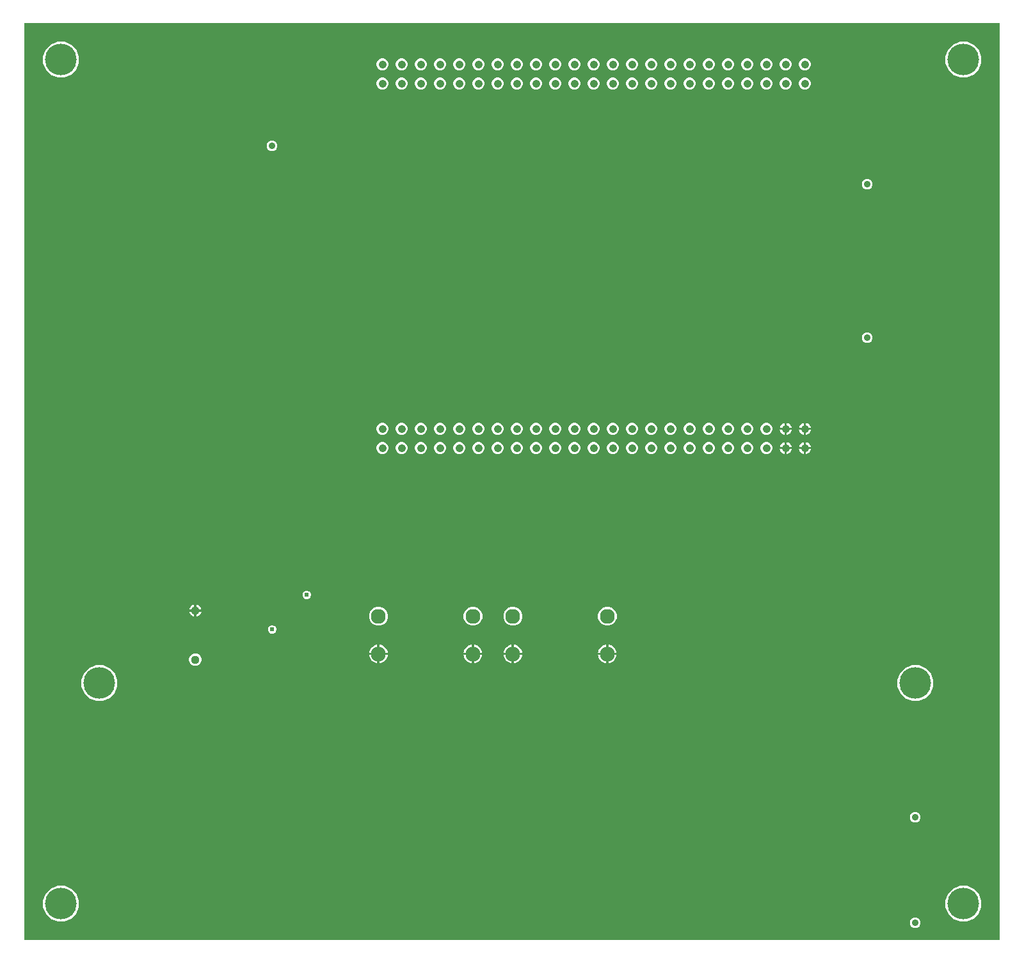
<source format=gbr>
G04 EAGLE Gerber RS-274X export*
G75*
%MOMM*%
%FSLAX34Y34*%
%LPD*%
%INCopper Layer 2*%
%IPPOS*%
%AMOC8*
5,1,8,0,0,1.08239X$1,22.5*%
G01*
%ADD10C,1.066800*%
%ADD11C,0.904800*%
%ADD12C,1.960000*%
%ADD13C,1.120000*%
%ADD14C,4.191000*%
%ADD15C,0.609600*%

G36*
X1292118Y2544D02*
X1292118Y2544D01*
X1292137Y2542D01*
X1292239Y2564D01*
X1292341Y2580D01*
X1292358Y2590D01*
X1292378Y2594D01*
X1292467Y2647D01*
X1292558Y2696D01*
X1292572Y2710D01*
X1292589Y2720D01*
X1292656Y2799D01*
X1292728Y2874D01*
X1292736Y2892D01*
X1292749Y2907D01*
X1292788Y3003D01*
X1292831Y3097D01*
X1292833Y3117D01*
X1292841Y3135D01*
X1292859Y3302D01*
X1292859Y1215898D01*
X1292856Y1215918D01*
X1292858Y1215937D01*
X1292836Y1216039D01*
X1292820Y1216141D01*
X1292810Y1216158D01*
X1292806Y1216178D01*
X1292753Y1216267D01*
X1292704Y1216358D01*
X1292690Y1216372D01*
X1292680Y1216389D01*
X1292601Y1216456D01*
X1292526Y1216528D01*
X1292508Y1216536D01*
X1292493Y1216549D01*
X1292397Y1216588D01*
X1292303Y1216631D01*
X1292283Y1216633D01*
X1292265Y1216641D01*
X1292098Y1216659D01*
X3302Y1216659D01*
X3282Y1216656D01*
X3263Y1216658D01*
X3161Y1216636D01*
X3059Y1216620D01*
X3042Y1216610D01*
X3022Y1216606D01*
X2933Y1216553D01*
X2842Y1216504D01*
X2828Y1216490D01*
X2811Y1216480D01*
X2744Y1216401D01*
X2672Y1216326D01*
X2664Y1216308D01*
X2651Y1216293D01*
X2612Y1216197D01*
X2569Y1216103D01*
X2567Y1216083D01*
X2559Y1216065D01*
X2541Y1215898D01*
X2541Y3302D01*
X2544Y3282D01*
X2542Y3263D01*
X2564Y3161D01*
X2580Y3059D01*
X2590Y3042D01*
X2594Y3022D01*
X2647Y2933D01*
X2696Y2842D01*
X2710Y2828D01*
X2720Y2811D01*
X2799Y2744D01*
X2874Y2672D01*
X2892Y2664D01*
X2907Y2651D01*
X3003Y2612D01*
X3097Y2569D01*
X3117Y2567D01*
X3135Y2559D01*
X3302Y2541D01*
X1292098Y2541D01*
X1292118Y2544D01*
G37*
%LPC*%
G36*
X1239926Y1144904D02*
X1239926Y1144904D01*
X1231291Y1148481D01*
X1224681Y1155091D01*
X1221104Y1163726D01*
X1221104Y1173074D01*
X1224681Y1181709D01*
X1231291Y1188319D01*
X1239926Y1191896D01*
X1249274Y1191896D01*
X1257909Y1188319D01*
X1264519Y1181709D01*
X1268096Y1173074D01*
X1268096Y1163726D01*
X1264519Y1155091D01*
X1257909Y1148481D01*
X1249274Y1144904D01*
X1239926Y1144904D01*
G37*
%LPD*%
%LPC*%
G36*
X46126Y1144904D02*
X46126Y1144904D01*
X37491Y1148481D01*
X30881Y1155091D01*
X27304Y1163726D01*
X27304Y1173074D01*
X30881Y1181709D01*
X37491Y1188319D01*
X46126Y1191896D01*
X55474Y1191896D01*
X64109Y1188319D01*
X70719Y1181709D01*
X74296Y1173074D01*
X74296Y1163726D01*
X70719Y1155091D01*
X64109Y1148481D01*
X55474Y1144904D01*
X46126Y1144904D01*
G37*
%LPD*%
%LPC*%
G36*
X46126Y27304D02*
X46126Y27304D01*
X37491Y30881D01*
X30881Y37491D01*
X27304Y46126D01*
X27304Y55474D01*
X30881Y64109D01*
X37491Y70719D01*
X46126Y74296D01*
X55474Y74296D01*
X64109Y70719D01*
X70719Y64109D01*
X74296Y55474D01*
X74296Y46126D01*
X70719Y37491D01*
X64109Y30881D01*
X55474Y27304D01*
X46126Y27304D01*
G37*
%LPD*%
%LPC*%
G36*
X1239926Y27304D02*
X1239926Y27304D01*
X1231291Y30881D01*
X1224681Y37491D01*
X1221104Y46126D01*
X1221104Y55474D01*
X1224681Y64109D01*
X1231291Y70719D01*
X1239926Y74296D01*
X1249274Y74296D01*
X1257909Y70719D01*
X1264519Y64109D01*
X1268096Y55474D01*
X1268096Y46126D01*
X1264519Y37491D01*
X1257909Y30881D01*
X1249274Y27304D01*
X1239926Y27304D01*
G37*
%LPD*%
%LPC*%
G36*
X96926Y319404D02*
X96926Y319404D01*
X88291Y322981D01*
X81681Y329591D01*
X78104Y338226D01*
X78104Y347574D01*
X81681Y356209D01*
X88291Y362819D01*
X96926Y366396D01*
X106274Y366396D01*
X114909Y362819D01*
X121519Y356209D01*
X125096Y347574D01*
X125096Y338226D01*
X121519Y329591D01*
X114909Y322981D01*
X106274Y319404D01*
X96926Y319404D01*
G37*
%LPD*%
%LPC*%
G36*
X1176426Y319404D02*
X1176426Y319404D01*
X1167791Y322981D01*
X1161181Y329591D01*
X1157604Y338226D01*
X1157604Y347574D01*
X1161181Y356209D01*
X1167791Y362819D01*
X1176426Y366396D01*
X1185774Y366396D01*
X1194409Y362819D01*
X1201019Y356209D01*
X1204596Y347574D01*
X1204596Y338226D01*
X1201019Y329591D01*
X1194409Y322981D01*
X1185774Y319404D01*
X1176426Y319404D01*
G37*
%LPD*%
%LPC*%
G36*
X468445Y419059D02*
X468445Y419059D01*
X463910Y420938D01*
X460438Y424410D01*
X458559Y428945D01*
X458559Y433855D01*
X460438Y438390D01*
X463910Y441862D01*
X468445Y443741D01*
X473355Y443741D01*
X477890Y441862D01*
X481362Y438390D01*
X483241Y433855D01*
X483241Y428945D01*
X481362Y424410D01*
X477890Y420938D01*
X473355Y419059D01*
X468445Y419059D01*
G37*
%LPD*%
%LPC*%
G36*
X593445Y419059D02*
X593445Y419059D01*
X588910Y420938D01*
X585438Y424410D01*
X583559Y428945D01*
X583559Y433855D01*
X585438Y438390D01*
X588910Y441862D01*
X593445Y443741D01*
X598355Y443741D01*
X602890Y441862D01*
X606362Y438390D01*
X608241Y433855D01*
X608241Y428945D01*
X606362Y424410D01*
X602890Y420938D01*
X598355Y419059D01*
X593445Y419059D01*
G37*
%LPD*%
%LPC*%
G36*
X646245Y419059D02*
X646245Y419059D01*
X641710Y420938D01*
X638238Y424410D01*
X636359Y428945D01*
X636359Y433855D01*
X638238Y438390D01*
X641710Y441862D01*
X646245Y443741D01*
X651155Y443741D01*
X655690Y441862D01*
X659162Y438390D01*
X661041Y433855D01*
X661041Y428945D01*
X659162Y424410D01*
X655690Y420938D01*
X651155Y419059D01*
X646245Y419059D01*
G37*
%LPD*%
%LPC*%
G36*
X771245Y419059D02*
X771245Y419059D01*
X766710Y420938D01*
X763238Y424410D01*
X761359Y428945D01*
X761359Y433855D01*
X763238Y438390D01*
X766710Y441862D01*
X771245Y443741D01*
X776155Y443741D01*
X780690Y441862D01*
X784162Y438390D01*
X786041Y433855D01*
X786041Y428945D01*
X784162Y424410D01*
X780690Y420938D01*
X776155Y419059D01*
X771245Y419059D01*
G37*
%LPD*%
%LPC*%
G36*
X226981Y365759D02*
X226981Y365759D01*
X223989Y366999D01*
X221699Y369289D01*
X220459Y372281D01*
X220459Y375519D01*
X221699Y378511D01*
X223989Y380801D01*
X226981Y382041D01*
X230219Y382041D01*
X233211Y380801D01*
X235501Y378511D01*
X236741Y375519D01*
X236741Y372281D01*
X235501Y369289D01*
X233211Y366999D01*
X230219Y365759D01*
X226981Y365759D01*
G37*
%LPD*%
%LPC*%
G36*
X500084Y1154175D02*
X500084Y1154175D01*
X497189Y1155374D01*
X494974Y1157589D01*
X493775Y1160484D01*
X493775Y1163616D01*
X494974Y1166511D01*
X497189Y1168726D01*
X500084Y1169925D01*
X503216Y1169925D01*
X506111Y1168726D01*
X508326Y1166511D01*
X509525Y1163616D01*
X509525Y1160484D01*
X508326Y1157589D01*
X506111Y1155374D01*
X503216Y1154175D01*
X500084Y1154175D01*
G37*
%LPD*%
%LPC*%
G36*
X1033484Y1154175D02*
X1033484Y1154175D01*
X1030589Y1155374D01*
X1028374Y1157589D01*
X1027175Y1160484D01*
X1027175Y1163616D01*
X1028374Y1166511D01*
X1030589Y1168726D01*
X1033484Y1169925D01*
X1036616Y1169925D01*
X1039511Y1168726D01*
X1041726Y1166511D01*
X1042925Y1163616D01*
X1042925Y1160484D01*
X1041726Y1157589D01*
X1039511Y1155374D01*
X1036616Y1154175D01*
X1033484Y1154175D01*
G37*
%LPD*%
%LPC*%
G36*
X1008084Y1154175D02*
X1008084Y1154175D01*
X1005189Y1155374D01*
X1002974Y1157589D01*
X1001775Y1160484D01*
X1001775Y1163616D01*
X1002974Y1166511D01*
X1005189Y1168726D01*
X1008084Y1169925D01*
X1011216Y1169925D01*
X1014111Y1168726D01*
X1016326Y1166511D01*
X1017525Y1163616D01*
X1017525Y1160484D01*
X1016326Y1157589D01*
X1014111Y1155374D01*
X1011216Y1154175D01*
X1008084Y1154175D01*
G37*
%LPD*%
%LPC*%
G36*
X982684Y1154175D02*
X982684Y1154175D01*
X979789Y1155374D01*
X977574Y1157589D01*
X976375Y1160484D01*
X976375Y1163616D01*
X977574Y1166511D01*
X979789Y1168726D01*
X982684Y1169925D01*
X985816Y1169925D01*
X988711Y1168726D01*
X990926Y1166511D01*
X992125Y1163616D01*
X992125Y1160484D01*
X990926Y1157589D01*
X988711Y1155374D01*
X985816Y1154175D01*
X982684Y1154175D01*
G37*
%LPD*%
%LPC*%
G36*
X957284Y1154175D02*
X957284Y1154175D01*
X954389Y1155374D01*
X952174Y1157589D01*
X950975Y1160484D01*
X950975Y1163616D01*
X952174Y1166511D01*
X954389Y1168726D01*
X957284Y1169925D01*
X960416Y1169925D01*
X963311Y1168726D01*
X965526Y1166511D01*
X966725Y1163616D01*
X966725Y1160484D01*
X965526Y1157589D01*
X963311Y1155374D01*
X960416Y1154175D01*
X957284Y1154175D01*
G37*
%LPD*%
%LPC*%
G36*
X931884Y1154175D02*
X931884Y1154175D01*
X928989Y1155374D01*
X926774Y1157589D01*
X925575Y1160484D01*
X925575Y1163616D01*
X926774Y1166511D01*
X928989Y1168726D01*
X931884Y1169925D01*
X935016Y1169925D01*
X937911Y1168726D01*
X940126Y1166511D01*
X941325Y1163616D01*
X941325Y1160484D01*
X940126Y1157589D01*
X937911Y1155374D01*
X935016Y1154175D01*
X931884Y1154175D01*
G37*
%LPD*%
%LPC*%
G36*
X906484Y1154175D02*
X906484Y1154175D01*
X903589Y1155374D01*
X901374Y1157589D01*
X900175Y1160484D01*
X900175Y1163616D01*
X901374Y1166511D01*
X903589Y1168726D01*
X906484Y1169925D01*
X909616Y1169925D01*
X912511Y1168726D01*
X914726Y1166511D01*
X915925Y1163616D01*
X915925Y1160484D01*
X914726Y1157589D01*
X912511Y1155374D01*
X909616Y1154175D01*
X906484Y1154175D01*
G37*
%LPD*%
%LPC*%
G36*
X881084Y1154175D02*
X881084Y1154175D01*
X878189Y1155374D01*
X875974Y1157589D01*
X874775Y1160484D01*
X874775Y1163616D01*
X875974Y1166511D01*
X878189Y1168726D01*
X881084Y1169925D01*
X884216Y1169925D01*
X887111Y1168726D01*
X889326Y1166511D01*
X890525Y1163616D01*
X890525Y1160484D01*
X889326Y1157589D01*
X887111Y1155374D01*
X884216Y1154175D01*
X881084Y1154175D01*
G37*
%LPD*%
%LPC*%
G36*
X855684Y1154175D02*
X855684Y1154175D01*
X852789Y1155374D01*
X850574Y1157589D01*
X849375Y1160484D01*
X849375Y1163616D01*
X850574Y1166511D01*
X852789Y1168726D01*
X855684Y1169925D01*
X858816Y1169925D01*
X861711Y1168726D01*
X863926Y1166511D01*
X865125Y1163616D01*
X865125Y1160484D01*
X863926Y1157589D01*
X861711Y1155374D01*
X858816Y1154175D01*
X855684Y1154175D01*
G37*
%LPD*%
%LPC*%
G36*
X830284Y1154175D02*
X830284Y1154175D01*
X827389Y1155374D01*
X825174Y1157589D01*
X823975Y1160484D01*
X823975Y1163616D01*
X825174Y1166511D01*
X827389Y1168726D01*
X830284Y1169925D01*
X833416Y1169925D01*
X836311Y1168726D01*
X838526Y1166511D01*
X839725Y1163616D01*
X839725Y1160484D01*
X838526Y1157589D01*
X836311Y1155374D01*
X833416Y1154175D01*
X830284Y1154175D01*
G37*
%LPD*%
%LPC*%
G36*
X804884Y1154175D02*
X804884Y1154175D01*
X801989Y1155374D01*
X799774Y1157589D01*
X798575Y1160484D01*
X798575Y1163616D01*
X799774Y1166511D01*
X801989Y1168726D01*
X804884Y1169925D01*
X808016Y1169925D01*
X810911Y1168726D01*
X813126Y1166511D01*
X814325Y1163616D01*
X814325Y1160484D01*
X813126Y1157589D01*
X810911Y1155374D01*
X808016Y1154175D01*
X804884Y1154175D01*
G37*
%LPD*%
%LPC*%
G36*
X779484Y1154175D02*
X779484Y1154175D01*
X776589Y1155374D01*
X774374Y1157589D01*
X773175Y1160484D01*
X773175Y1163616D01*
X774374Y1166511D01*
X776589Y1168726D01*
X779484Y1169925D01*
X782616Y1169925D01*
X785511Y1168726D01*
X787726Y1166511D01*
X788925Y1163616D01*
X788925Y1160484D01*
X787726Y1157589D01*
X785511Y1155374D01*
X782616Y1154175D01*
X779484Y1154175D01*
G37*
%LPD*%
%LPC*%
G36*
X754084Y1154175D02*
X754084Y1154175D01*
X751189Y1155374D01*
X748974Y1157589D01*
X747775Y1160484D01*
X747775Y1163616D01*
X748974Y1166511D01*
X751189Y1168726D01*
X754084Y1169925D01*
X757216Y1169925D01*
X760111Y1168726D01*
X762326Y1166511D01*
X763525Y1163616D01*
X763525Y1160484D01*
X762326Y1157589D01*
X760111Y1155374D01*
X757216Y1154175D01*
X754084Y1154175D01*
G37*
%LPD*%
%LPC*%
G36*
X728684Y1154175D02*
X728684Y1154175D01*
X725789Y1155374D01*
X723574Y1157589D01*
X722375Y1160484D01*
X722375Y1163616D01*
X723574Y1166511D01*
X725789Y1168726D01*
X728684Y1169925D01*
X731816Y1169925D01*
X734711Y1168726D01*
X736926Y1166511D01*
X738125Y1163616D01*
X738125Y1160484D01*
X736926Y1157589D01*
X734711Y1155374D01*
X731816Y1154175D01*
X728684Y1154175D01*
G37*
%LPD*%
%LPC*%
G36*
X703284Y1154175D02*
X703284Y1154175D01*
X700389Y1155374D01*
X698174Y1157589D01*
X696975Y1160484D01*
X696975Y1163616D01*
X698174Y1166511D01*
X700389Y1168726D01*
X703284Y1169925D01*
X706416Y1169925D01*
X709311Y1168726D01*
X711526Y1166511D01*
X712725Y1163616D01*
X712725Y1160484D01*
X711526Y1157589D01*
X709311Y1155374D01*
X706416Y1154175D01*
X703284Y1154175D01*
G37*
%LPD*%
%LPC*%
G36*
X677884Y1154175D02*
X677884Y1154175D01*
X674989Y1155374D01*
X672774Y1157589D01*
X671575Y1160484D01*
X671575Y1163616D01*
X672774Y1166511D01*
X674989Y1168726D01*
X677884Y1169925D01*
X681016Y1169925D01*
X683911Y1168726D01*
X686126Y1166511D01*
X687325Y1163616D01*
X687325Y1160484D01*
X686126Y1157589D01*
X683911Y1155374D01*
X681016Y1154175D01*
X677884Y1154175D01*
G37*
%LPD*%
%LPC*%
G36*
X652484Y1154175D02*
X652484Y1154175D01*
X649589Y1155374D01*
X647374Y1157589D01*
X646175Y1160484D01*
X646175Y1163616D01*
X647374Y1166511D01*
X649589Y1168726D01*
X652484Y1169925D01*
X655616Y1169925D01*
X658511Y1168726D01*
X660726Y1166511D01*
X661925Y1163616D01*
X661925Y1160484D01*
X660726Y1157589D01*
X658511Y1155374D01*
X655616Y1154175D01*
X652484Y1154175D01*
G37*
%LPD*%
%LPC*%
G36*
X627084Y1154175D02*
X627084Y1154175D01*
X624189Y1155374D01*
X621974Y1157589D01*
X620775Y1160484D01*
X620775Y1163616D01*
X621974Y1166511D01*
X624189Y1168726D01*
X627084Y1169925D01*
X630216Y1169925D01*
X633111Y1168726D01*
X635326Y1166511D01*
X636525Y1163616D01*
X636525Y1160484D01*
X635326Y1157589D01*
X633111Y1155374D01*
X630216Y1154175D01*
X627084Y1154175D01*
G37*
%LPD*%
%LPC*%
G36*
X601684Y1154175D02*
X601684Y1154175D01*
X598789Y1155374D01*
X596574Y1157589D01*
X595375Y1160484D01*
X595375Y1163616D01*
X596574Y1166511D01*
X598789Y1168726D01*
X601684Y1169925D01*
X604816Y1169925D01*
X607711Y1168726D01*
X609926Y1166511D01*
X611125Y1163616D01*
X611125Y1160484D01*
X609926Y1157589D01*
X607711Y1155374D01*
X604816Y1154175D01*
X601684Y1154175D01*
G37*
%LPD*%
%LPC*%
G36*
X576284Y1154175D02*
X576284Y1154175D01*
X573389Y1155374D01*
X571174Y1157589D01*
X569975Y1160484D01*
X569975Y1163616D01*
X571174Y1166511D01*
X573389Y1168726D01*
X576284Y1169925D01*
X579416Y1169925D01*
X582311Y1168726D01*
X584526Y1166511D01*
X585725Y1163616D01*
X585725Y1160484D01*
X584526Y1157589D01*
X582311Y1155374D01*
X579416Y1154175D01*
X576284Y1154175D01*
G37*
%LPD*%
%LPC*%
G36*
X550884Y1154175D02*
X550884Y1154175D01*
X547989Y1155374D01*
X545774Y1157589D01*
X544575Y1160484D01*
X544575Y1163616D01*
X545774Y1166511D01*
X547989Y1168726D01*
X550884Y1169925D01*
X554016Y1169925D01*
X556911Y1168726D01*
X559126Y1166511D01*
X560325Y1163616D01*
X560325Y1160484D01*
X559126Y1157589D01*
X556911Y1155374D01*
X554016Y1154175D01*
X550884Y1154175D01*
G37*
%LPD*%
%LPC*%
G36*
X474684Y1154175D02*
X474684Y1154175D01*
X471789Y1155374D01*
X469574Y1157589D01*
X468375Y1160484D01*
X468375Y1163616D01*
X469574Y1166511D01*
X471789Y1168726D01*
X474684Y1169925D01*
X477816Y1169925D01*
X480711Y1168726D01*
X482926Y1166511D01*
X484125Y1163616D01*
X484125Y1160484D01*
X482926Y1157589D01*
X480711Y1155374D01*
X477816Y1154175D01*
X474684Y1154175D01*
G37*
%LPD*%
%LPC*%
G36*
X830284Y1128775D02*
X830284Y1128775D01*
X827389Y1129974D01*
X825174Y1132189D01*
X823975Y1135084D01*
X823975Y1138216D01*
X825174Y1141111D01*
X827389Y1143326D01*
X830284Y1144525D01*
X833416Y1144525D01*
X836311Y1143326D01*
X838526Y1141111D01*
X839725Y1138216D01*
X839725Y1135084D01*
X838526Y1132189D01*
X836311Y1129974D01*
X833416Y1128775D01*
X830284Y1128775D01*
G37*
%LPD*%
%LPC*%
G36*
X804884Y1128775D02*
X804884Y1128775D01*
X801989Y1129974D01*
X799774Y1132189D01*
X798575Y1135084D01*
X798575Y1138216D01*
X799774Y1141111D01*
X801989Y1143326D01*
X804884Y1144525D01*
X808016Y1144525D01*
X810911Y1143326D01*
X813126Y1141111D01*
X814325Y1138216D01*
X814325Y1135084D01*
X813126Y1132189D01*
X810911Y1129974D01*
X808016Y1128775D01*
X804884Y1128775D01*
G37*
%LPD*%
%LPC*%
G36*
X1033484Y1128775D02*
X1033484Y1128775D01*
X1030589Y1129974D01*
X1028374Y1132189D01*
X1027175Y1135084D01*
X1027175Y1138216D01*
X1028374Y1141111D01*
X1030589Y1143326D01*
X1033484Y1144525D01*
X1036616Y1144525D01*
X1039511Y1143326D01*
X1041726Y1141111D01*
X1042925Y1138216D01*
X1042925Y1135084D01*
X1041726Y1132189D01*
X1039511Y1129974D01*
X1036616Y1128775D01*
X1033484Y1128775D01*
G37*
%LPD*%
%LPC*%
G36*
X1008084Y1128775D02*
X1008084Y1128775D01*
X1005189Y1129974D01*
X1002974Y1132189D01*
X1001775Y1135084D01*
X1001775Y1138216D01*
X1002974Y1141111D01*
X1005189Y1143326D01*
X1008084Y1144525D01*
X1011216Y1144525D01*
X1014111Y1143326D01*
X1016326Y1141111D01*
X1017525Y1138216D01*
X1017525Y1135084D01*
X1016326Y1132189D01*
X1014111Y1129974D01*
X1011216Y1128775D01*
X1008084Y1128775D01*
G37*
%LPD*%
%LPC*%
G36*
X982684Y1128775D02*
X982684Y1128775D01*
X979789Y1129974D01*
X977574Y1132189D01*
X976375Y1135084D01*
X976375Y1138216D01*
X977574Y1141111D01*
X979789Y1143326D01*
X982684Y1144525D01*
X985816Y1144525D01*
X988711Y1143326D01*
X990926Y1141111D01*
X992125Y1138216D01*
X992125Y1135084D01*
X990926Y1132189D01*
X988711Y1129974D01*
X985816Y1128775D01*
X982684Y1128775D01*
G37*
%LPD*%
%LPC*%
G36*
X957284Y1128775D02*
X957284Y1128775D01*
X954389Y1129974D01*
X952174Y1132189D01*
X950975Y1135084D01*
X950975Y1138216D01*
X952174Y1141111D01*
X954389Y1143326D01*
X957284Y1144525D01*
X960416Y1144525D01*
X963311Y1143326D01*
X965526Y1141111D01*
X966725Y1138216D01*
X966725Y1135084D01*
X965526Y1132189D01*
X963311Y1129974D01*
X960416Y1128775D01*
X957284Y1128775D01*
G37*
%LPD*%
%LPC*%
G36*
X931884Y1128775D02*
X931884Y1128775D01*
X928989Y1129974D01*
X926774Y1132189D01*
X925575Y1135084D01*
X925575Y1138216D01*
X926774Y1141111D01*
X928989Y1143326D01*
X931884Y1144525D01*
X935016Y1144525D01*
X937911Y1143326D01*
X940126Y1141111D01*
X941325Y1138216D01*
X941325Y1135084D01*
X940126Y1132189D01*
X937911Y1129974D01*
X935016Y1128775D01*
X931884Y1128775D01*
G37*
%LPD*%
%LPC*%
G36*
X906484Y1128775D02*
X906484Y1128775D01*
X903589Y1129974D01*
X901374Y1132189D01*
X900175Y1135084D01*
X900175Y1138216D01*
X901374Y1141111D01*
X903589Y1143326D01*
X906484Y1144525D01*
X909616Y1144525D01*
X912511Y1143326D01*
X914726Y1141111D01*
X915925Y1138216D01*
X915925Y1135084D01*
X914726Y1132189D01*
X912511Y1129974D01*
X909616Y1128775D01*
X906484Y1128775D01*
G37*
%LPD*%
%LPC*%
G36*
X881084Y1128775D02*
X881084Y1128775D01*
X878189Y1129974D01*
X875974Y1132189D01*
X874775Y1135084D01*
X874775Y1138216D01*
X875974Y1141111D01*
X878189Y1143326D01*
X881084Y1144525D01*
X884216Y1144525D01*
X887111Y1143326D01*
X889326Y1141111D01*
X890525Y1138216D01*
X890525Y1135084D01*
X889326Y1132189D01*
X887111Y1129974D01*
X884216Y1128775D01*
X881084Y1128775D01*
G37*
%LPD*%
%LPC*%
G36*
X855684Y1128775D02*
X855684Y1128775D01*
X852789Y1129974D01*
X850574Y1132189D01*
X849375Y1135084D01*
X849375Y1138216D01*
X850574Y1141111D01*
X852789Y1143326D01*
X855684Y1144525D01*
X858816Y1144525D01*
X861711Y1143326D01*
X863926Y1141111D01*
X865125Y1138216D01*
X865125Y1135084D01*
X863926Y1132189D01*
X861711Y1129974D01*
X858816Y1128775D01*
X855684Y1128775D01*
G37*
%LPD*%
%LPC*%
G36*
X779484Y1128775D02*
X779484Y1128775D01*
X776589Y1129974D01*
X774374Y1132189D01*
X773175Y1135084D01*
X773175Y1138216D01*
X774374Y1141111D01*
X776589Y1143326D01*
X779484Y1144525D01*
X782616Y1144525D01*
X785511Y1143326D01*
X787726Y1141111D01*
X788925Y1138216D01*
X788925Y1135084D01*
X787726Y1132189D01*
X785511Y1129974D01*
X782616Y1128775D01*
X779484Y1128775D01*
G37*
%LPD*%
%LPC*%
G36*
X754084Y1128775D02*
X754084Y1128775D01*
X751189Y1129974D01*
X748974Y1132189D01*
X747775Y1135084D01*
X747775Y1138216D01*
X748974Y1141111D01*
X751189Y1143326D01*
X754084Y1144525D01*
X757216Y1144525D01*
X760111Y1143326D01*
X762326Y1141111D01*
X763525Y1138216D01*
X763525Y1135084D01*
X762326Y1132189D01*
X760111Y1129974D01*
X757216Y1128775D01*
X754084Y1128775D01*
G37*
%LPD*%
%LPC*%
G36*
X728684Y1128775D02*
X728684Y1128775D01*
X725789Y1129974D01*
X723574Y1132189D01*
X722375Y1135084D01*
X722375Y1138216D01*
X723574Y1141111D01*
X725789Y1143326D01*
X728684Y1144525D01*
X731816Y1144525D01*
X734711Y1143326D01*
X736926Y1141111D01*
X738125Y1138216D01*
X738125Y1135084D01*
X736926Y1132189D01*
X734711Y1129974D01*
X731816Y1128775D01*
X728684Y1128775D01*
G37*
%LPD*%
%LPC*%
G36*
X703284Y1128775D02*
X703284Y1128775D01*
X700389Y1129974D01*
X698174Y1132189D01*
X696975Y1135084D01*
X696975Y1138216D01*
X698174Y1141111D01*
X700389Y1143326D01*
X703284Y1144525D01*
X706416Y1144525D01*
X709311Y1143326D01*
X711526Y1141111D01*
X712725Y1138216D01*
X712725Y1135084D01*
X711526Y1132189D01*
X709311Y1129974D01*
X706416Y1128775D01*
X703284Y1128775D01*
G37*
%LPD*%
%LPC*%
G36*
X677884Y1128775D02*
X677884Y1128775D01*
X674989Y1129974D01*
X672774Y1132189D01*
X671575Y1135084D01*
X671575Y1138216D01*
X672774Y1141111D01*
X674989Y1143326D01*
X677884Y1144525D01*
X681016Y1144525D01*
X683911Y1143326D01*
X686126Y1141111D01*
X687325Y1138216D01*
X687325Y1135084D01*
X686126Y1132189D01*
X683911Y1129974D01*
X681016Y1128775D01*
X677884Y1128775D01*
G37*
%LPD*%
%LPC*%
G36*
X652484Y1128775D02*
X652484Y1128775D01*
X649589Y1129974D01*
X647374Y1132189D01*
X646175Y1135084D01*
X646175Y1138216D01*
X647374Y1141111D01*
X649589Y1143326D01*
X652484Y1144525D01*
X655616Y1144525D01*
X658511Y1143326D01*
X660726Y1141111D01*
X661925Y1138216D01*
X661925Y1135084D01*
X660726Y1132189D01*
X658511Y1129974D01*
X655616Y1128775D01*
X652484Y1128775D01*
G37*
%LPD*%
%LPC*%
G36*
X627084Y1128775D02*
X627084Y1128775D01*
X624189Y1129974D01*
X621974Y1132189D01*
X620775Y1135084D01*
X620775Y1138216D01*
X621974Y1141111D01*
X624189Y1143326D01*
X627084Y1144525D01*
X630216Y1144525D01*
X633111Y1143326D01*
X635326Y1141111D01*
X636525Y1138216D01*
X636525Y1135084D01*
X635326Y1132189D01*
X633111Y1129974D01*
X630216Y1128775D01*
X627084Y1128775D01*
G37*
%LPD*%
%LPC*%
G36*
X601684Y1128775D02*
X601684Y1128775D01*
X598789Y1129974D01*
X596574Y1132189D01*
X595375Y1135084D01*
X595375Y1138216D01*
X596574Y1141111D01*
X598789Y1143326D01*
X601684Y1144525D01*
X604816Y1144525D01*
X607711Y1143326D01*
X609926Y1141111D01*
X611125Y1138216D01*
X611125Y1135084D01*
X609926Y1132189D01*
X607711Y1129974D01*
X604816Y1128775D01*
X601684Y1128775D01*
G37*
%LPD*%
%LPC*%
G36*
X576284Y1128775D02*
X576284Y1128775D01*
X573389Y1129974D01*
X571174Y1132189D01*
X569975Y1135084D01*
X569975Y1138216D01*
X571174Y1141111D01*
X573389Y1143326D01*
X576284Y1144525D01*
X579416Y1144525D01*
X582311Y1143326D01*
X584526Y1141111D01*
X585725Y1138216D01*
X585725Y1135084D01*
X584526Y1132189D01*
X582311Y1129974D01*
X579416Y1128775D01*
X576284Y1128775D01*
G37*
%LPD*%
%LPC*%
G36*
X550884Y1128775D02*
X550884Y1128775D01*
X547989Y1129974D01*
X545774Y1132189D01*
X544575Y1135084D01*
X544575Y1138216D01*
X545774Y1141111D01*
X547989Y1143326D01*
X550884Y1144525D01*
X554016Y1144525D01*
X556911Y1143326D01*
X559126Y1141111D01*
X560325Y1138216D01*
X560325Y1135084D01*
X559126Y1132189D01*
X556911Y1129974D01*
X554016Y1128775D01*
X550884Y1128775D01*
G37*
%LPD*%
%LPC*%
G36*
X525484Y1128775D02*
X525484Y1128775D01*
X522589Y1129974D01*
X520374Y1132189D01*
X519175Y1135084D01*
X519175Y1138216D01*
X520374Y1141111D01*
X522589Y1143326D01*
X525484Y1144525D01*
X528616Y1144525D01*
X531511Y1143326D01*
X533726Y1141111D01*
X534925Y1138216D01*
X534925Y1135084D01*
X533726Y1132189D01*
X531511Y1129974D01*
X528616Y1128775D01*
X525484Y1128775D01*
G37*
%LPD*%
%LPC*%
G36*
X500084Y1128775D02*
X500084Y1128775D01*
X497189Y1129974D01*
X494974Y1132189D01*
X493775Y1135084D01*
X493775Y1138216D01*
X494974Y1141111D01*
X497189Y1143326D01*
X500084Y1144525D01*
X503216Y1144525D01*
X506111Y1143326D01*
X508326Y1141111D01*
X509525Y1138216D01*
X509525Y1135084D01*
X508326Y1132189D01*
X506111Y1129974D01*
X503216Y1128775D01*
X500084Y1128775D01*
G37*
%LPD*%
%LPC*%
G36*
X474684Y1128775D02*
X474684Y1128775D01*
X471789Y1129974D01*
X469574Y1132189D01*
X468375Y1135084D01*
X468375Y1138216D01*
X469574Y1141111D01*
X471789Y1143326D01*
X474684Y1144525D01*
X477816Y1144525D01*
X480711Y1143326D01*
X482926Y1141111D01*
X484125Y1138216D01*
X484125Y1135084D01*
X482926Y1132189D01*
X480711Y1129974D01*
X477816Y1128775D01*
X474684Y1128775D01*
G37*
%LPD*%
%LPC*%
G36*
X500084Y671575D02*
X500084Y671575D01*
X497189Y672774D01*
X494974Y674989D01*
X493775Y677884D01*
X493775Y681016D01*
X494974Y683911D01*
X497189Y686126D01*
X500084Y687325D01*
X503216Y687325D01*
X506111Y686126D01*
X508326Y683911D01*
X509525Y681016D01*
X509525Y677884D01*
X508326Y674989D01*
X506111Y672774D01*
X503216Y671575D01*
X500084Y671575D01*
G37*
%LPD*%
%LPC*%
G36*
X474684Y671575D02*
X474684Y671575D01*
X471789Y672774D01*
X469574Y674989D01*
X468375Y677884D01*
X468375Y681016D01*
X469574Y683911D01*
X471789Y686126D01*
X474684Y687325D01*
X477816Y687325D01*
X480711Y686126D01*
X482926Y683911D01*
X484125Y681016D01*
X484125Y677884D01*
X482926Y674989D01*
X480711Y672774D01*
X477816Y671575D01*
X474684Y671575D01*
G37*
%LPD*%
%LPC*%
G36*
X982684Y671575D02*
X982684Y671575D01*
X979789Y672774D01*
X977574Y674989D01*
X976375Y677884D01*
X976375Y681016D01*
X977574Y683911D01*
X979789Y686126D01*
X982684Y687325D01*
X985816Y687325D01*
X988711Y686126D01*
X990926Y683911D01*
X992125Y681016D01*
X992125Y677884D01*
X990926Y674989D01*
X988711Y672774D01*
X985816Y671575D01*
X982684Y671575D01*
G37*
%LPD*%
%LPC*%
G36*
X957284Y671575D02*
X957284Y671575D01*
X954389Y672774D01*
X952174Y674989D01*
X950975Y677884D01*
X950975Y681016D01*
X952174Y683911D01*
X954389Y686126D01*
X957284Y687325D01*
X960416Y687325D01*
X963311Y686126D01*
X965526Y683911D01*
X966725Y681016D01*
X966725Y677884D01*
X965526Y674989D01*
X963311Y672774D01*
X960416Y671575D01*
X957284Y671575D01*
G37*
%LPD*%
%LPC*%
G36*
X931884Y671575D02*
X931884Y671575D01*
X928989Y672774D01*
X926774Y674989D01*
X925575Y677884D01*
X925575Y681016D01*
X926774Y683911D01*
X928989Y686126D01*
X931884Y687325D01*
X935016Y687325D01*
X937911Y686126D01*
X940126Y683911D01*
X941325Y681016D01*
X941325Y677884D01*
X940126Y674989D01*
X937911Y672774D01*
X935016Y671575D01*
X931884Y671575D01*
G37*
%LPD*%
%LPC*%
G36*
X906484Y671575D02*
X906484Y671575D01*
X903589Y672774D01*
X901374Y674989D01*
X900175Y677884D01*
X900175Y681016D01*
X901374Y683911D01*
X903589Y686126D01*
X906484Y687325D01*
X909616Y687325D01*
X912511Y686126D01*
X914726Y683911D01*
X915925Y681016D01*
X915925Y677884D01*
X914726Y674989D01*
X912511Y672774D01*
X909616Y671575D01*
X906484Y671575D01*
G37*
%LPD*%
%LPC*%
G36*
X881084Y671575D02*
X881084Y671575D01*
X878189Y672774D01*
X875974Y674989D01*
X874775Y677884D01*
X874775Y681016D01*
X875974Y683911D01*
X878189Y686126D01*
X881084Y687325D01*
X884216Y687325D01*
X887111Y686126D01*
X889326Y683911D01*
X890525Y681016D01*
X890525Y677884D01*
X889326Y674989D01*
X887111Y672774D01*
X884216Y671575D01*
X881084Y671575D01*
G37*
%LPD*%
%LPC*%
G36*
X855684Y671575D02*
X855684Y671575D01*
X852789Y672774D01*
X850574Y674989D01*
X849375Y677884D01*
X849375Y681016D01*
X850574Y683911D01*
X852789Y686126D01*
X855684Y687325D01*
X858816Y687325D01*
X861711Y686126D01*
X863926Y683911D01*
X865125Y681016D01*
X865125Y677884D01*
X863926Y674989D01*
X861711Y672774D01*
X858816Y671575D01*
X855684Y671575D01*
G37*
%LPD*%
%LPC*%
G36*
X830284Y671575D02*
X830284Y671575D01*
X827389Y672774D01*
X825174Y674989D01*
X823975Y677884D01*
X823975Y681016D01*
X825174Y683911D01*
X827389Y686126D01*
X830284Y687325D01*
X833416Y687325D01*
X836311Y686126D01*
X838526Y683911D01*
X839725Y681016D01*
X839725Y677884D01*
X838526Y674989D01*
X836311Y672774D01*
X833416Y671575D01*
X830284Y671575D01*
G37*
%LPD*%
%LPC*%
G36*
X804884Y671575D02*
X804884Y671575D01*
X801989Y672774D01*
X799774Y674989D01*
X798575Y677884D01*
X798575Y681016D01*
X799774Y683911D01*
X801989Y686126D01*
X804884Y687325D01*
X808016Y687325D01*
X810911Y686126D01*
X813126Y683911D01*
X814325Y681016D01*
X814325Y677884D01*
X813126Y674989D01*
X810911Y672774D01*
X808016Y671575D01*
X804884Y671575D01*
G37*
%LPD*%
%LPC*%
G36*
X779484Y671575D02*
X779484Y671575D01*
X776589Y672774D01*
X774374Y674989D01*
X773175Y677884D01*
X773175Y681016D01*
X774374Y683911D01*
X776589Y686126D01*
X779484Y687325D01*
X782616Y687325D01*
X785511Y686126D01*
X787726Y683911D01*
X788925Y681016D01*
X788925Y677884D01*
X787726Y674989D01*
X785511Y672774D01*
X782616Y671575D01*
X779484Y671575D01*
G37*
%LPD*%
%LPC*%
G36*
X754084Y671575D02*
X754084Y671575D01*
X751189Y672774D01*
X748974Y674989D01*
X747775Y677884D01*
X747775Y681016D01*
X748974Y683911D01*
X751189Y686126D01*
X754084Y687325D01*
X757216Y687325D01*
X760111Y686126D01*
X762326Y683911D01*
X763525Y681016D01*
X763525Y677884D01*
X762326Y674989D01*
X760111Y672774D01*
X757216Y671575D01*
X754084Y671575D01*
G37*
%LPD*%
%LPC*%
G36*
X728684Y671575D02*
X728684Y671575D01*
X725789Y672774D01*
X723574Y674989D01*
X722375Y677884D01*
X722375Y681016D01*
X723574Y683911D01*
X725789Y686126D01*
X728684Y687325D01*
X731816Y687325D01*
X734711Y686126D01*
X736926Y683911D01*
X738125Y681016D01*
X738125Y677884D01*
X736926Y674989D01*
X734711Y672774D01*
X731816Y671575D01*
X728684Y671575D01*
G37*
%LPD*%
%LPC*%
G36*
X703284Y671575D02*
X703284Y671575D01*
X700389Y672774D01*
X698174Y674989D01*
X696975Y677884D01*
X696975Y681016D01*
X698174Y683911D01*
X700389Y686126D01*
X703284Y687325D01*
X706416Y687325D01*
X709311Y686126D01*
X711526Y683911D01*
X712725Y681016D01*
X712725Y677884D01*
X711526Y674989D01*
X709311Y672774D01*
X706416Y671575D01*
X703284Y671575D01*
G37*
%LPD*%
%LPC*%
G36*
X677884Y671575D02*
X677884Y671575D01*
X674989Y672774D01*
X672774Y674989D01*
X671575Y677884D01*
X671575Y681016D01*
X672774Y683911D01*
X674989Y686126D01*
X677884Y687325D01*
X681016Y687325D01*
X683911Y686126D01*
X686126Y683911D01*
X687325Y681016D01*
X687325Y677884D01*
X686126Y674989D01*
X683911Y672774D01*
X681016Y671575D01*
X677884Y671575D01*
G37*
%LPD*%
%LPC*%
G36*
X652484Y671575D02*
X652484Y671575D01*
X649589Y672774D01*
X647374Y674989D01*
X646175Y677884D01*
X646175Y681016D01*
X647374Y683911D01*
X649589Y686126D01*
X652484Y687325D01*
X655616Y687325D01*
X658511Y686126D01*
X660726Y683911D01*
X661925Y681016D01*
X661925Y677884D01*
X660726Y674989D01*
X658511Y672774D01*
X655616Y671575D01*
X652484Y671575D01*
G37*
%LPD*%
%LPC*%
G36*
X627084Y671575D02*
X627084Y671575D01*
X624189Y672774D01*
X621974Y674989D01*
X620775Y677884D01*
X620775Y681016D01*
X621974Y683911D01*
X624189Y686126D01*
X627084Y687325D01*
X630216Y687325D01*
X633111Y686126D01*
X635326Y683911D01*
X636525Y681016D01*
X636525Y677884D01*
X635326Y674989D01*
X633111Y672774D01*
X630216Y671575D01*
X627084Y671575D01*
G37*
%LPD*%
%LPC*%
G36*
X601684Y671575D02*
X601684Y671575D01*
X598789Y672774D01*
X596574Y674989D01*
X595375Y677884D01*
X595375Y681016D01*
X596574Y683911D01*
X598789Y686126D01*
X601684Y687325D01*
X604816Y687325D01*
X607711Y686126D01*
X609926Y683911D01*
X611125Y681016D01*
X611125Y677884D01*
X609926Y674989D01*
X607711Y672774D01*
X604816Y671575D01*
X601684Y671575D01*
G37*
%LPD*%
%LPC*%
G36*
X576284Y671575D02*
X576284Y671575D01*
X573389Y672774D01*
X571174Y674989D01*
X569975Y677884D01*
X569975Y681016D01*
X571174Y683911D01*
X573389Y686126D01*
X576284Y687325D01*
X579416Y687325D01*
X582311Y686126D01*
X584526Y683911D01*
X585725Y681016D01*
X585725Y677884D01*
X584526Y674989D01*
X582311Y672774D01*
X579416Y671575D01*
X576284Y671575D01*
G37*
%LPD*%
%LPC*%
G36*
X550884Y671575D02*
X550884Y671575D01*
X547989Y672774D01*
X545774Y674989D01*
X544575Y677884D01*
X544575Y681016D01*
X545774Y683911D01*
X547989Y686126D01*
X550884Y687325D01*
X554016Y687325D01*
X556911Y686126D01*
X559126Y683911D01*
X560325Y681016D01*
X560325Y677884D01*
X559126Y674989D01*
X556911Y672774D01*
X554016Y671575D01*
X550884Y671575D01*
G37*
%LPD*%
%LPC*%
G36*
X525484Y671575D02*
X525484Y671575D01*
X522589Y672774D01*
X520374Y674989D01*
X519175Y677884D01*
X519175Y681016D01*
X520374Y683911D01*
X522589Y686126D01*
X525484Y687325D01*
X528616Y687325D01*
X531511Y686126D01*
X533726Y683911D01*
X534925Y681016D01*
X534925Y677884D01*
X533726Y674989D01*
X531511Y672774D01*
X528616Y671575D01*
X525484Y671575D01*
G37*
%LPD*%
%LPC*%
G36*
X525484Y1154175D02*
X525484Y1154175D01*
X522589Y1155374D01*
X520374Y1157589D01*
X519175Y1160484D01*
X519175Y1163616D01*
X520374Y1166511D01*
X522589Y1168726D01*
X525484Y1169925D01*
X528616Y1169925D01*
X531511Y1168726D01*
X533726Y1166511D01*
X534925Y1163616D01*
X534925Y1160484D01*
X533726Y1157589D01*
X531511Y1155374D01*
X528616Y1154175D01*
X525484Y1154175D01*
G37*
%LPD*%
%LPC*%
G36*
X474684Y646175D02*
X474684Y646175D01*
X471789Y647374D01*
X469574Y649589D01*
X468375Y652484D01*
X468375Y655616D01*
X469574Y658511D01*
X471789Y660726D01*
X474684Y661925D01*
X477816Y661925D01*
X480711Y660726D01*
X482926Y658511D01*
X484125Y655616D01*
X484125Y652484D01*
X482926Y649589D01*
X480711Y647374D01*
X477816Y646175D01*
X474684Y646175D01*
G37*
%LPD*%
%LPC*%
G36*
X500084Y646175D02*
X500084Y646175D01*
X497189Y647374D01*
X494974Y649589D01*
X493775Y652484D01*
X493775Y655616D01*
X494974Y658511D01*
X497189Y660726D01*
X500084Y661925D01*
X503216Y661925D01*
X506111Y660726D01*
X508326Y658511D01*
X509525Y655616D01*
X509525Y652484D01*
X508326Y649589D01*
X506111Y647374D01*
X503216Y646175D01*
X500084Y646175D01*
G37*
%LPD*%
%LPC*%
G36*
X525484Y646175D02*
X525484Y646175D01*
X522589Y647374D01*
X520374Y649589D01*
X519175Y652484D01*
X519175Y655616D01*
X520374Y658511D01*
X522589Y660726D01*
X525484Y661925D01*
X528616Y661925D01*
X531511Y660726D01*
X533726Y658511D01*
X534925Y655616D01*
X534925Y652484D01*
X533726Y649589D01*
X531511Y647374D01*
X528616Y646175D01*
X525484Y646175D01*
G37*
%LPD*%
%LPC*%
G36*
X550884Y646175D02*
X550884Y646175D01*
X547989Y647374D01*
X545774Y649589D01*
X544575Y652484D01*
X544575Y655616D01*
X545774Y658511D01*
X547989Y660726D01*
X550884Y661925D01*
X554016Y661925D01*
X556911Y660726D01*
X559126Y658511D01*
X560325Y655616D01*
X560325Y652484D01*
X559126Y649589D01*
X556911Y647374D01*
X554016Y646175D01*
X550884Y646175D01*
G37*
%LPD*%
%LPC*%
G36*
X804884Y646175D02*
X804884Y646175D01*
X801989Y647374D01*
X799774Y649589D01*
X798575Y652484D01*
X798575Y655616D01*
X799774Y658511D01*
X801989Y660726D01*
X804884Y661925D01*
X808016Y661925D01*
X810911Y660726D01*
X813126Y658511D01*
X814325Y655616D01*
X814325Y652484D01*
X813126Y649589D01*
X810911Y647374D01*
X808016Y646175D01*
X804884Y646175D01*
G37*
%LPD*%
%LPC*%
G36*
X779484Y646175D02*
X779484Y646175D01*
X776589Y647374D01*
X774374Y649589D01*
X773175Y652484D01*
X773175Y655616D01*
X774374Y658511D01*
X776589Y660726D01*
X779484Y661925D01*
X782616Y661925D01*
X785511Y660726D01*
X787726Y658511D01*
X788925Y655616D01*
X788925Y652484D01*
X787726Y649589D01*
X785511Y647374D01*
X782616Y646175D01*
X779484Y646175D01*
G37*
%LPD*%
%LPC*%
G36*
X982684Y646175D02*
X982684Y646175D01*
X979789Y647374D01*
X977574Y649589D01*
X976375Y652484D01*
X976375Y655616D01*
X977574Y658511D01*
X979789Y660726D01*
X982684Y661925D01*
X985816Y661925D01*
X988711Y660726D01*
X990926Y658511D01*
X992125Y655616D01*
X992125Y652484D01*
X990926Y649589D01*
X988711Y647374D01*
X985816Y646175D01*
X982684Y646175D01*
G37*
%LPD*%
%LPC*%
G36*
X957284Y646175D02*
X957284Y646175D01*
X954389Y647374D01*
X952174Y649589D01*
X950975Y652484D01*
X950975Y655616D01*
X952174Y658511D01*
X954389Y660726D01*
X957284Y661925D01*
X960416Y661925D01*
X963311Y660726D01*
X965526Y658511D01*
X966725Y655616D01*
X966725Y652484D01*
X965526Y649589D01*
X963311Y647374D01*
X960416Y646175D01*
X957284Y646175D01*
G37*
%LPD*%
%LPC*%
G36*
X931884Y646175D02*
X931884Y646175D01*
X928989Y647374D01*
X926774Y649589D01*
X925575Y652484D01*
X925575Y655616D01*
X926774Y658511D01*
X928989Y660726D01*
X931884Y661925D01*
X935016Y661925D01*
X937911Y660726D01*
X940126Y658511D01*
X941325Y655616D01*
X941325Y652484D01*
X940126Y649589D01*
X937911Y647374D01*
X935016Y646175D01*
X931884Y646175D01*
G37*
%LPD*%
%LPC*%
G36*
X906484Y646175D02*
X906484Y646175D01*
X903589Y647374D01*
X901374Y649589D01*
X900175Y652484D01*
X900175Y655616D01*
X901374Y658511D01*
X903589Y660726D01*
X906484Y661925D01*
X909616Y661925D01*
X912511Y660726D01*
X914726Y658511D01*
X915925Y655616D01*
X915925Y652484D01*
X914726Y649589D01*
X912511Y647374D01*
X909616Y646175D01*
X906484Y646175D01*
G37*
%LPD*%
%LPC*%
G36*
X881084Y646175D02*
X881084Y646175D01*
X878189Y647374D01*
X875974Y649589D01*
X874775Y652484D01*
X874775Y655616D01*
X875974Y658511D01*
X878189Y660726D01*
X881084Y661925D01*
X884216Y661925D01*
X887111Y660726D01*
X889326Y658511D01*
X890525Y655616D01*
X890525Y652484D01*
X889326Y649589D01*
X887111Y647374D01*
X884216Y646175D01*
X881084Y646175D01*
G37*
%LPD*%
%LPC*%
G36*
X855684Y646175D02*
X855684Y646175D01*
X852789Y647374D01*
X850574Y649589D01*
X849375Y652484D01*
X849375Y655616D01*
X850574Y658511D01*
X852789Y660726D01*
X855684Y661925D01*
X858816Y661925D01*
X861711Y660726D01*
X863926Y658511D01*
X865125Y655616D01*
X865125Y652484D01*
X863926Y649589D01*
X861711Y647374D01*
X858816Y646175D01*
X855684Y646175D01*
G37*
%LPD*%
%LPC*%
G36*
X830284Y646175D02*
X830284Y646175D01*
X827389Y647374D01*
X825174Y649589D01*
X823975Y652484D01*
X823975Y655616D01*
X825174Y658511D01*
X827389Y660726D01*
X830284Y661925D01*
X833416Y661925D01*
X836311Y660726D01*
X838526Y658511D01*
X839725Y655616D01*
X839725Y652484D01*
X838526Y649589D01*
X836311Y647374D01*
X833416Y646175D01*
X830284Y646175D01*
G37*
%LPD*%
%LPC*%
G36*
X754084Y646175D02*
X754084Y646175D01*
X751189Y647374D01*
X748974Y649589D01*
X747775Y652484D01*
X747775Y655616D01*
X748974Y658511D01*
X751189Y660726D01*
X754084Y661925D01*
X757216Y661925D01*
X760111Y660726D01*
X762326Y658511D01*
X763525Y655616D01*
X763525Y652484D01*
X762326Y649589D01*
X760111Y647374D01*
X757216Y646175D01*
X754084Y646175D01*
G37*
%LPD*%
%LPC*%
G36*
X728684Y646175D02*
X728684Y646175D01*
X725789Y647374D01*
X723574Y649589D01*
X722375Y652484D01*
X722375Y655616D01*
X723574Y658511D01*
X725789Y660726D01*
X728684Y661925D01*
X731816Y661925D01*
X734711Y660726D01*
X736926Y658511D01*
X738125Y655616D01*
X738125Y652484D01*
X736926Y649589D01*
X734711Y647374D01*
X731816Y646175D01*
X728684Y646175D01*
G37*
%LPD*%
%LPC*%
G36*
X703284Y646175D02*
X703284Y646175D01*
X700389Y647374D01*
X698174Y649589D01*
X696975Y652484D01*
X696975Y655616D01*
X698174Y658511D01*
X700389Y660726D01*
X703284Y661925D01*
X706416Y661925D01*
X709311Y660726D01*
X711526Y658511D01*
X712725Y655616D01*
X712725Y652484D01*
X711526Y649589D01*
X709311Y647374D01*
X706416Y646175D01*
X703284Y646175D01*
G37*
%LPD*%
%LPC*%
G36*
X677884Y646175D02*
X677884Y646175D01*
X674989Y647374D01*
X672774Y649589D01*
X671575Y652484D01*
X671575Y655616D01*
X672774Y658511D01*
X674989Y660726D01*
X677884Y661925D01*
X681016Y661925D01*
X683911Y660726D01*
X686126Y658511D01*
X687325Y655616D01*
X687325Y652484D01*
X686126Y649589D01*
X683911Y647374D01*
X681016Y646175D01*
X677884Y646175D01*
G37*
%LPD*%
%LPC*%
G36*
X652484Y646175D02*
X652484Y646175D01*
X649589Y647374D01*
X647374Y649589D01*
X646175Y652484D01*
X646175Y655616D01*
X647374Y658511D01*
X649589Y660726D01*
X652484Y661925D01*
X655616Y661925D01*
X658511Y660726D01*
X660726Y658511D01*
X661925Y655616D01*
X661925Y652484D01*
X660726Y649589D01*
X658511Y647374D01*
X655616Y646175D01*
X652484Y646175D01*
G37*
%LPD*%
%LPC*%
G36*
X627084Y646175D02*
X627084Y646175D01*
X624189Y647374D01*
X621974Y649589D01*
X620775Y652484D01*
X620775Y655616D01*
X621974Y658511D01*
X624189Y660726D01*
X627084Y661925D01*
X630216Y661925D01*
X633111Y660726D01*
X635326Y658511D01*
X636525Y655616D01*
X636525Y652484D01*
X635326Y649589D01*
X633111Y647374D01*
X630216Y646175D01*
X627084Y646175D01*
G37*
%LPD*%
%LPC*%
G36*
X601684Y646175D02*
X601684Y646175D01*
X598789Y647374D01*
X596574Y649589D01*
X595375Y652484D01*
X595375Y655616D01*
X596574Y658511D01*
X598789Y660726D01*
X601684Y661925D01*
X604816Y661925D01*
X607711Y660726D01*
X609926Y658511D01*
X611125Y655616D01*
X611125Y652484D01*
X609926Y649589D01*
X607711Y647374D01*
X604816Y646175D01*
X601684Y646175D01*
G37*
%LPD*%
%LPC*%
G36*
X576284Y646175D02*
X576284Y646175D01*
X573389Y647374D01*
X571174Y649589D01*
X569975Y652484D01*
X569975Y655616D01*
X571174Y658511D01*
X573389Y660726D01*
X576284Y661925D01*
X579416Y661925D01*
X582311Y660726D01*
X584526Y658511D01*
X585725Y655616D01*
X585725Y652484D01*
X584526Y649589D01*
X582311Y647374D01*
X579416Y646175D01*
X576284Y646175D01*
G37*
%LPD*%
%LPC*%
G36*
X1179695Y18335D02*
X1179695Y18335D01*
X1177098Y19411D01*
X1175111Y21398D01*
X1174035Y23995D01*
X1174035Y26805D01*
X1175111Y29402D01*
X1177098Y31389D01*
X1179695Y32465D01*
X1182505Y32465D01*
X1185102Y31389D01*
X1187089Y29402D01*
X1188165Y26805D01*
X1188165Y23995D01*
X1187089Y21398D01*
X1185102Y19411D01*
X1182505Y18335D01*
X1179695Y18335D01*
G37*
%LPD*%
%LPC*%
G36*
X328795Y1047035D02*
X328795Y1047035D01*
X326198Y1048111D01*
X324211Y1050098D01*
X323135Y1052695D01*
X323135Y1055505D01*
X324211Y1058102D01*
X326198Y1060089D01*
X328795Y1061165D01*
X331605Y1061165D01*
X334202Y1060089D01*
X336189Y1058102D01*
X337265Y1055505D01*
X337265Y1052695D01*
X336189Y1050098D01*
X334202Y1048111D01*
X331605Y1047035D01*
X328795Y1047035D01*
G37*
%LPD*%
%LPC*%
G36*
X1116195Y996235D02*
X1116195Y996235D01*
X1113598Y997311D01*
X1111611Y999298D01*
X1110535Y1001895D01*
X1110535Y1004705D01*
X1111611Y1007302D01*
X1113598Y1009289D01*
X1116195Y1010365D01*
X1119005Y1010365D01*
X1121602Y1009289D01*
X1123589Y1007302D01*
X1124665Y1004705D01*
X1124665Y1001895D01*
X1123589Y999298D01*
X1121602Y997311D01*
X1119005Y996235D01*
X1116195Y996235D01*
G37*
%LPD*%
%LPC*%
G36*
X1179695Y158035D02*
X1179695Y158035D01*
X1177098Y159111D01*
X1175111Y161098D01*
X1174035Y163695D01*
X1174035Y166505D01*
X1175111Y169102D01*
X1177098Y171089D01*
X1179695Y172165D01*
X1182505Y172165D01*
X1185102Y171089D01*
X1187089Y169102D01*
X1188165Y166505D01*
X1188165Y163695D01*
X1187089Y161098D01*
X1185102Y159111D01*
X1182505Y158035D01*
X1179695Y158035D01*
G37*
%LPD*%
%LPC*%
G36*
X1116195Y793035D02*
X1116195Y793035D01*
X1113598Y794111D01*
X1111611Y796098D01*
X1110535Y798695D01*
X1110535Y801505D01*
X1111611Y804102D01*
X1113598Y806089D01*
X1116195Y807165D01*
X1119005Y807165D01*
X1121602Y806089D01*
X1123589Y804102D01*
X1124665Y801505D01*
X1124665Y798695D01*
X1123589Y796098D01*
X1121602Y794111D01*
X1119005Y793035D01*
X1116195Y793035D01*
G37*
%LPD*%
%LPC*%
G36*
X374808Y454151D02*
X374808Y454151D01*
X372754Y455002D01*
X371182Y456574D01*
X370331Y458628D01*
X370331Y460852D01*
X371182Y462906D01*
X372754Y464478D01*
X374808Y465329D01*
X377032Y465329D01*
X379086Y464478D01*
X380658Y462906D01*
X381509Y460852D01*
X381509Y458628D01*
X380658Y456574D01*
X379086Y455002D01*
X377032Y454151D01*
X374808Y454151D01*
G37*
%LPD*%
%LPC*%
G36*
X329088Y408431D02*
X329088Y408431D01*
X327034Y409282D01*
X325462Y410854D01*
X324611Y412908D01*
X324611Y415132D01*
X325462Y417186D01*
X327034Y418758D01*
X329088Y419609D01*
X331312Y419609D01*
X333366Y418758D01*
X334938Y417186D01*
X335789Y415132D01*
X335789Y412908D01*
X334938Y410854D01*
X333366Y409282D01*
X331312Y408431D01*
X329088Y408431D01*
G37*
%LPD*%
%LPC*%
G36*
X775223Y382923D02*
X775223Y382923D01*
X775223Y393653D01*
X776590Y393437D01*
X778437Y392837D01*
X780168Y391955D01*
X781739Y390813D01*
X783113Y389439D01*
X784255Y387868D01*
X785137Y386137D01*
X785737Y384290D01*
X785953Y382923D01*
X775223Y382923D01*
G37*
%LPD*%
%LPC*%
G36*
X472423Y382923D02*
X472423Y382923D01*
X472423Y393653D01*
X473790Y393437D01*
X475637Y392837D01*
X477368Y391955D01*
X478939Y390813D01*
X480313Y389439D01*
X481455Y387868D01*
X482337Y386137D01*
X482937Y384290D01*
X483153Y382923D01*
X472423Y382923D01*
G37*
%LPD*%
%LPC*%
G36*
X650223Y382923D02*
X650223Y382923D01*
X650223Y393653D01*
X651590Y393437D01*
X653437Y392837D01*
X655168Y391955D01*
X656739Y390813D01*
X658113Y389439D01*
X659255Y387868D01*
X660137Y386137D01*
X660737Y384290D01*
X660953Y382923D01*
X650223Y382923D01*
G37*
%LPD*%
%LPC*%
G36*
X597423Y382923D02*
X597423Y382923D01*
X597423Y393653D01*
X598790Y393437D01*
X600637Y392837D01*
X602368Y391955D01*
X603939Y390813D01*
X605313Y389439D01*
X606455Y387868D01*
X607337Y386137D01*
X607937Y384290D01*
X608153Y382923D01*
X597423Y382923D01*
G37*
%LPD*%
%LPC*%
G36*
X650223Y379877D02*
X650223Y379877D01*
X660953Y379877D01*
X660737Y378510D01*
X660137Y376663D01*
X659255Y374932D01*
X658113Y373361D01*
X656739Y371987D01*
X655168Y370845D01*
X653437Y369963D01*
X651590Y369363D01*
X650223Y369147D01*
X650223Y379877D01*
G37*
%LPD*%
%LPC*%
G36*
X583647Y382923D02*
X583647Y382923D01*
X583863Y384290D01*
X584463Y386137D01*
X585345Y387868D01*
X586487Y389439D01*
X587861Y390813D01*
X589432Y391955D01*
X591163Y392837D01*
X593010Y393437D01*
X594377Y393653D01*
X594377Y382923D01*
X583647Y382923D01*
G37*
%LPD*%
%LPC*%
G36*
X775223Y379877D02*
X775223Y379877D01*
X785953Y379877D01*
X785737Y378510D01*
X785137Y376663D01*
X784255Y374932D01*
X783113Y373361D01*
X781739Y371987D01*
X780168Y370845D01*
X778437Y369963D01*
X776590Y369363D01*
X775223Y369147D01*
X775223Y379877D01*
G37*
%LPD*%
%LPC*%
G36*
X472423Y379877D02*
X472423Y379877D01*
X483153Y379877D01*
X482937Y378510D01*
X482337Y376663D01*
X481455Y374932D01*
X480313Y373361D01*
X478939Y371987D01*
X477368Y370845D01*
X475637Y369963D01*
X473790Y369363D01*
X472423Y369147D01*
X472423Y379877D01*
G37*
%LPD*%
%LPC*%
G36*
X597423Y379877D02*
X597423Y379877D01*
X608153Y379877D01*
X607937Y378510D01*
X607337Y376663D01*
X606455Y374932D01*
X605313Y373361D01*
X603939Y371987D01*
X602368Y370845D01*
X600637Y369963D01*
X598790Y369363D01*
X597423Y369147D01*
X597423Y379877D01*
G37*
%LPD*%
%LPC*%
G36*
X458647Y382923D02*
X458647Y382923D01*
X458863Y384290D01*
X459463Y386137D01*
X460345Y387868D01*
X461487Y389439D01*
X462861Y390813D01*
X464432Y391955D01*
X466163Y392837D01*
X468010Y393437D01*
X469377Y393653D01*
X469377Y382923D01*
X458647Y382923D01*
G37*
%LPD*%
%LPC*%
G36*
X761447Y382923D02*
X761447Y382923D01*
X761663Y384290D01*
X762263Y386137D01*
X763145Y387868D01*
X764287Y389439D01*
X765661Y390813D01*
X767232Y391955D01*
X768963Y392837D01*
X770810Y393437D01*
X772177Y393653D01*
X772177Y382923D01*
X761447Y382923D01*
G37*
%LPD*%
%LPC*%
G36*
X636447Y382923D02*
X636447Y382923D01*
X636663Y384290D01*
X637263Y386137D01*
X638145Y387868D01*
X639287Y389439D01*
X640661Y390813D01*
X642232Y391955D01*
X643963Y392837D01*
X645810Y393437D01*
X647177Y393653D01*
X647177Y382923D01*
X636447Y382923D01*
G37*
%LPD*%
%LPC*%
G36*
X770810Y369363D02*
X770810Y369363D01*
X768963Y369963D01*
X767232Y370845D01*
X765661Y371987D01*
X764287Y373361D01*
X763145Y374932D01*
X762263Y376663D01*
X761663Y378510D01*
X761447Y379877D01*
X772177Y379877D01*
X772177Y369147D01*
X770810Y369363D01*
G37*
%LPD*%
%LPC*%
G36*
X593010Y369363D02*
X593010Y369363D01*
X591163Y369963D01*
X589432Y370845D01*
X587861Y371987D01*
X586487Y373361D01*
X585345Y374932D01*
X584463Y376663D01*
X583863Y378510D01*
X583647Y379877D01*
X594377Y379877D01*
X594377Y369147D01*
X593010Y369363D01*
G37*
%LPD*%
%LPC*%
G36*
X645810Y369363D02*
X645810Y369363D01*
X643963Y369963D01*
X642232Y370845D01*
X640661Y371987D01*
X639287Y373361D01*
X638145Y374932D01*
X637263Y376663D01*
X636663Y378510D01*
X636447Y379877D01*
X647177Y379877D01*
X647177Y369147D01*
X645810Y369363D01*
G37*
%LPD*%
%LPC*%
G36*
X468010Y369363D02*
X468010Y369363D01*
X466163Y369963D01*
X464432Y370845D01*
X462861Y371987D01*
X461487Y373361D01*
X460345Y374932D01*
X459463Y376663D01*
X458863Y378510D01*
X458647Y379877D01*
X469377Y379877D01*
X469377Y369147D01*
X468010Y369363D01*
G37*
%LPD*%
%LPC*%
G36*
X230123Y440423D02*
X230123Y440423D01*
X230123Y446897D01*
X230975Y446728D01*
X232456Y446114D01*
X233789Y445223D01*
X234923Y444089D01*
X235814Y442756D01*
X236428Y441275D01*
X236597Y440423D01*
X230123Y440423D01*
G37*
%LPD*%
%LPC*%
G36*
X220603Y440423D02*
X220603Y440423D01*
X220772Y441275D01*
X221386Y442756D01*
X222277Y444089D01*
X223411Y445223D01*
X224744Y446114D01*
X226225Y446728D01*
X227077Y446897D01*
X227077Y440423D01*
X220603Y440423D01*
G37*
%LPD*%
%LPC*%
G36*
X230123Y437377D02*
X230123Y437377D01*
X236597Y437377D01*
X236428Y436525D01*
X235814Y435044D01*
X234923Y433711D01*
X233789Y432577D01*
X232456Y431686D01*
X230975Y431072D01*
X230123Y430903D01*
X230123Y437377D01*
G37*
%LPD*%
%LPC*%
G36*
X226225Y431072D02*
X226225Y431072D01*
X224744Y431686D01*
X223411Y432577D01*
X222277Y433711D01*
X221386Y435044D01*
X220772Y436525D01*
X220603Y437377D01*
X227077Y437377D01*
X227077Y430903D01*
X226225Y431072D01*
G37*
%LPD*%
%LPC*%
G36*
X1036573Y680973D02*
X1036573Y680973D01*
X1036573Y687176D01*
X1037347Y687022D01*
X1038780Y686429D01*
X1040070Y685567D01*
X1041167Y684470D01*
X1042029Y683180D01*
X1042622Y681747D01*
X1042776Y680973D01*
X1036573Y680973D01*
G37*
%LPD*%
%LPC*%
G36*
X1011173Y680973D02*
X1011173Y680973D01*
X1011173Y687176D01*
X1011947Y687022D01*
X1013380Y686429D01*
X1014670Y685567D01*
X1015767Y684470D01*
X1016629Y683180D01*
X1017222Y681747D01*
X1017376Y680973D01*
X1011173Y680973D01*
G37*
%LPD*%
%LPC*%
G36*
X1036573Y655573D02*
X1036573Y655573D01*
X1036573Y661776D01*
X1037347Y661622D01*
X1038780Y661029D01*
X1040070Y660167D01*
X1041167Y659070D01*
X1042029Y657780D01*
X1042622Y656347D01*
X1042776Y655573D01*
X1036573Y655573D01*
G37*
%LPD*%
%LPC*%
G36*
X1011173Y655573D02*
X1011173Y655573D01*
X1011173Y661776D01*
X1011947Y661622D01*
X1013380Y661029D01*
X1014670Y660167D01*
X1015767Y659070D01*
X1016629Y657780D01*
X1017222Y656347D01*
X1017376Y655573D01*
X1011173Y655573D01*
G37*
%LPD*%
%LPC*%
G36*
X1011173Y677927D02*
X1011173Y677927D01*
X1017376Y677927D01*
X1017222Y677153D01*
X1016629Y675720D01*
X1015767Y674430D01*
X1014670Y673333D01*
X1013380Y672471D01*
X1011947Y671878D01*
X1011173Y671724D01*
X1011173Y677927D01*
G37*
%LPD*%
%LPC*%
G36*
X1001924Y680973D02*
X1001924Y680973D01*
X1002078Y681747D01*
X1002671Y683180D01*
X1003533Y684470D01*
X1004630Y685567D01*
X1005920Y686429D01*
X1007353Y687022D01*
X1008127Y687176D01*
X1008127Y680973D01*
X1001924Y680973D01*
G37*
%LPD*%
%LPC*%
G36*
X1027324Y680973D02*
X1027324Y680973D01*
X1027478Y681747D01*
X1028071Y683180D01*
X1028933Y684470D01*
X1030030Y685567D01*
X1031320Y686429D01*
X1032753Y687022D01*
X1033527Y687176D01*
X1033527Y680973D01*
X1027324Y680973D01*
G37*
%LPD*%
%LPC*%
G36*
X1036573Y677927D02*
X1036573Y677927D01*
X1042776Y677927D01*
X1042622Y677153D01*
X1042029Y675720D01*
X1041167Y674430D01*
X1040070Y673333D01*
X1038780Y672471D01*
X1037347Y671878D01*
X1036573Y671724D01*
X1036573Y677927D01*
G37*
%LPD*%
%LPC*%
G36*
X1001924Y655573D02*
X1001924Y655573D01*
X1002078Y656347D01*
X1002671Y657780D01*
X1003533Y659070D01*
X1004630Y660167D01*
X1005920Y661029D01*
X1007353Y661622D01*
X1008127Y661776D01*
X1008127Y655573D01*
X1001924Y655573D01*
G37*
%LPD*%
%LPC*%
G36*
X1027324Y655573D02*
X1027324Y655573D01*
X1027478Y656347D01*
X1028071Y657780D01*
X1028933Y659070D01*
X1030030Y660167D01*
X1031320Y661029D01*
X1032753Y661622D01*
X1033527Y661776D01*
X1033527Y655573D01*
X1027324Y655573D01*
G37*
%LPD*%
%LPC*%
G36*
X1036573Y652527D02*
X1036573Y652527D01*
X1042776Y652527D01*
X1042622Y651753D01*
X1042029Y650320D01*
X1041167Y649030D01*
X1040070Y647933D01*
X1038780Y647071D01*
X1037347Y646478D01*
X1036573Y646324D01*
X1036573Y652527D01*
G37*
%LPD*%
%LPC*%
G36*
X1011173Y652527D02*
X1011173Y652527D01*
X1017376Y652527D01*
X1017222Y651753D01*
X1016629Y650320D01*
X1015767Y649030D01*
X1014670Y647933D01*
X1013380Y647071D01*
X1011947Y646478D01*
X1011173Y646324D01*
X1011173Y652527D01*
G37*
%LPD*%
%LPC*%
G36*
X1007353Y646478D02*
X1007353Y646478D01*
X1005920Y647071D01*
X1004630Y647933D01*
X1003533Y649030D01*
X1002671Y650320D01*
X1002078Y651753D01*
X1001924Y652527D01*
X1008127Y652527D01*
X1008127Y646324D01*
X1007353Y646478D01*
G37*
%LPD*%
%LPC*%
G36*
X1032753Y646478D02*
X1032753Y646478D01*
X1031320Y647071D01*
X1030030Y647933D01*
X1028933Y649030D01*
X1028071Y650320D01*
X1027478Y651753D01*
X1027324Y652527D01*
X1033527Y652527D01*
X1033527Y646324D01*
X1032753Y646478D01*
G37*
%LPD*%
%LPC*%
G36*
X1007353Y671878D02*
X1007353Y671878D01*
X1005920Y672471D01*
X1004630Y673333D01*
X1003533Y674430D01*
X1002671Y675720D01*
X1002078Y677153D01*
X1001924Y677927D01*
X1008127Y677927D01*
X1008127Y671724D01*
X1007353Y671878D01*
G37*
%LPD*%
%LPC*%
G36*
X1032753Y671878D02*
X1032753Y671878D01*
X1031320Y672471D01*
X1030030Y673333D01*
X1028933Y674430D01*
X1028071Y675720D01*
X1027478Y677153D01*
X1027324Y677927D01*
X1033527Y677927D01*
X1033527Y671724D01*
X1032753Y671878D01*
G37*
%LPD*%
%LPC*%
G36*
X1035049Y654049D02*
X1035049Y654049D01*
X1035049Y654051D01*
X1035051Y654051D01*
X1035051Y654049D01*
X1035049Y654049D01*
G37*
%LPD*%
%LPC*%
G36*
X595899Y381399D02*
X595899Y381399D01*
X595899Y381401D01*
X595901Y381401D01*
X595901Y381399D01*
X595899Y381399D01*
G37*
%LPD*%
%LPC*%
G36*
X648699Y381399D02*
X648699Y381399D01*
X648699Y381401D01*
X648701Y381401D01*
X648701Y381399D01*
X648699Y381399D01*
G37*
%LPD*%
%LPC*%
G36*
X773699Y381399D02*
X773699Y381399D01*
X773699Y381401D01*
X773701Y381401D01*
X773701Y381399D01*
X773699Y381399D01*
G37*
%LPD*%
%LPC*%
G36*
X1009649Y679449D02*
X1009649Y679449D01*
X1009649Y679451D01*
X1009651Y679451D01*
X1009651Y679449D01*
X1009649Y679449D01*
G37*
%LPD*%
%LPC*%
G36*
X1035049Y679449D02*
X1035049Y679449D01*
X1035049Y679451D01*
X1035051Y679451D01*
X1035051Y679449D01*
X1035049Y679449D01*
G37*
%LPD*%
%LPC*%
G36*
X1009649Y654049D02*
X1009649Y654049D01*
X1009649Y654051D01*
X1009651Y654051D01*
X1009651Y654049D01*
X1009649Y654049D01*
G37*
%LPD*%
%LPC*%
G36*
X470899Y381399D02*
X470899Y381399D01*
X470899Y381401D01*
X470901Y381401D01*
X470901Y381399D01*
X470899Y381399D01*
G37*
%LPD*%
%LPC*%
G36*
X228599Y438899D02*
X228599Y438899D01*
X228599Y438901D01*
X228601Y438901D01*
X228601Y438899D01*
X228599Y438899D01*
G37*
%LPD*%
D10*
X476250Y1136650D03*
X476250Y1162050D03*
X501650Y1136650D03*
X501650Y1162050D03*
X527050Y1136650D03*
X527050Y1162050D03*
X552450Y1136650D03*
X552450Y1162050D03*
X577850Y1136650D03*
X577850Y1162050D03*
X603250Y1136650D03*
X603250Y1162050D03*
X628650Y1136650D03*
X628650Y1162050D03*
X654050Y1136650D03*
X654050Y1162050D03*
X679450Y1136650D03*
X679450Y1162050D03*
X704850Y1136650D03*
X704850Y1162050D03*
X730250Y1136650D03*
X730250Y1162050D03*
X755650Y1136650D03*
X755650Y1162050D03*
X781050Y1136650D03*
X781050Y1162050D03*
X806450Y1136650D03*
X806450Y1162050D03*
X831850Y1136650D03*
X831850Y1162050D03*
X857250Y1136650D03*
X857250Y1162050D03*
X882650Y1136650D03*
X882650Y1162050D03*
X908050Y1136650D03*
X908050Y1162050D03*
X933450Y1136650D03*
X933450Y1162050D03*
X958850Y1136650D03*
X958850Y1162050D03*
X984250Y1136650D03*
X984250Y1162050D03*
X1009650Y1136650D03*
X1009650Y1162050D03*
X1035050Y1136650D03*
X1035050Y1162050D03*
X476250Y654050D03*
X476250Y679450D03*
X501650Y654050D03*
X501650Y679450D03*
X527050Y654050D03*
X527050Y679450D03*
X552450Y654050D03*
X552450Y679450D03*
X577850Y654050D03*
X577850Y679450D03*
X603250Y654050D03*
X603250Y679450D03*
X628650Y654050D03*
X628650Y679450D03*
X654050Y654050D03*
X654050Y679450D03*
X679450Y654050D03*
X679450Y679450D03*
X704850Y654050D03*
X704850Y679450D03*
X730250Y654050D03*
X730250Y679450D03*
X755650Y654050D03*
X755650Y679450D03*
X781050Y654050D03*
X781050Y679450D03*
X806450Y654050D03*
X806450Y679450D03*
X831850Y654050D03*
X831850Y679450D03*
X857250Y654050D03*
X857250Y679450D03*
X882650Y654050D03*
X882650Y679450D03*
X908050Y654050D03*
X908050Y679450D03*
X933450Y654050D03*
X933450Y679450D03*
X958850Y654050D03*
X958850Y679450D03*
X984250Y654050D03*
X984250Y679450D03*
X1009650Y654050D03*
X1009650Y679450D03*
X1035050Y654050D03*
X1035050Y679450D03*
D11*
X330200Y1054100D03*
X1117600Y1003300D03*
X1117600Y800100D03*
X1181100Y165100D03*
X1181100Y25400D03*
D12*
X595900Y431400D03*
X595900Y381400D03*
X470900Y381400D03*
X470900Y431400D03*
X773700Y431400D03*
X773700Y381400D03*
X648700Y381400D03*
X648700Y431400D03*
D13*
X228600Y438900D03*
X228600Y373900D03*
D14*
X1181100Y342900D03*
X101600Y342900D03*
X50800Y50800D03*
X1244600Y50800D03*
X50800Y1168400D03*
X1244600Y1168400D03*
D15*
X970280Y553720D03*
X330200Y414020D03*
X375920Y459740D03*
M02*

</source>
